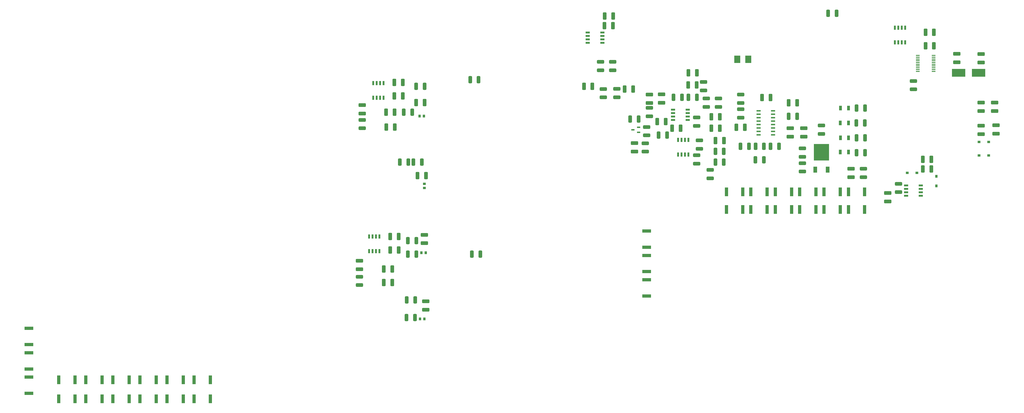
<source format=gbr>
%TF.GenerationSoftware,KiCad,Pcbnew,8.0.8-8.0.8-0~ubuntu22.04.1*%
%TF.CreationDate,2025-02-20T20:21:32-08:00*%
%TF.ProjectId,InverterBoostConverter,496e7665-7274-4657-9242-6f6f7374436f,rev?*%
%TF.SameCoordinates,Original*%
%TF.FileFunction,Paste,Top*%
%TF.FilePolarity,Positive*%
%FSLAX46Y46*%
G04 Gerber Fmt 4.6, Leading zero omitted, Abs format (unit mm)*
G04 Created by KiCad (PCBNEW 8.0.8-8.0.8-0~ubuntu22.04.1) date 2025-02-20 20:21:32*
%MOMM*%
%LPD*%
G01*
G04 APERTURE LIST*
G04 Aperture macros list*
%AMRoundRect*
0 Rectangle with rounded corners*
0 $1 Rounding radius*
0 $2 $3 $4 $5 $6 $7 $8 $9 X,Y pos of 4 corners*
0 Add a 4 corners polygon primitive as box body*
4,1,4,$2,$3,$4,$5,$6,$7,$8,$9,$2,$3,0*
0 Add four circle primitives for the rounded corners*
1,1,$1+$1,$2,$3*
1,1,$1+$1,$4,$5*
1,1,$1+$1,$6,$7*
1,1,$1+$1,$8,$9*
0 Add four rect primitives between the rounded corners*
20,1,$1+$1,$2,$3,$4,$5,0*
20,1,$1+$1,$4,$5,$6,$7,0*
20,1,$1+$1,$6,$7,$8,$9,0*
20,1,$1+$1,$8,$9,$2,$3,0*%
G04 Aperture macros list end*
%ADD10RoundRect,0.250000X-0.412500X-1.100000X0.412500X-1.100000X0.412500X1.100000X-0.412500X1.100000X0*%
%ADD11R,2.290000X2.720000*%
%ADD12R,1.528000X0.650000*%
%ADD13RoundRect,0.250000X0.400000X1.075000X-0.400000X1.075000X-0.400000X-1.075000X0.400000X-1.075000X0*%
%ADD14R,1.200000X3.300000*%
%ADD15R,1.000000X1.750000*%
%ADD16RoundRect,0.250000X0.412500X1.100000X-0.412500X1.100000X-0.412500X-1.100000X0.412500X-1.100000X0*%
%ADD17R,0.950000X1.000000*%
%ADD18RoundRect,0.250000X1.100000X-0.412500X1.100000X0.412500X-1.100000X0.412500X-1.100000X-0.412500X0*%
%ADD19RoundRect,0.250000X-1.075000X0.400000X-1.075000X-0.400000X1.075000X-0.400000X1.075000X0.400000X0*%
%ADD20R,1.000000X0.950000*%
%ADD21R,1.397000X2.286000*%
%ADD22R,5.690000X6.180000*%
%ADD23RoundRect,0.250000X1.075000X-0.400000X1.075000X0.400000X-1.075000X0.400000X-1.075000X-0.400000X0*%
%ADD24RoundRect,0.250000X-1.100000X0.412500X-1.100000X-0.412500X1.100000X-0.412500X1.100000X0.412500X0*%
%ADD25R,1.475000X0.450000*%
%ADD26R,1.550000X0.600000*%
%ADD27R,3.300000X1.200000*%
%ADD28R,1.050000X0.850000*%
%ADD29R,0.650000X1.528000*%
%ADD30R,0.850000X1.050000*%
%ADD31R,1.250000X0.600000*%
%ADD32RoundRect,0.250000X-0.400000X-1.075000X0.400000X-1.075000X0.400000X1.075000X-0.400000X1.075000X0*%
%ADD33R,4.900000X3.000000*%
G04 APERTURE END LIST*
D10*
%TO.C,C24*%
X327437500Y-24500000D03*
X330562500Y-24500000D03*
%TD*%
D11*
%TO.C,Z1*%
X349500000Y-19500000D03*
X345450000Y-19500000D03*
%TD*%
D12*
%TO.C,IC5*%
X407789000Y-66095000D03*
X407789000Y-67365000D03*
X407789000Y-68635000D03*
X407789000Y-69905000D03*
X413211000Y-69905000D03*
X413211000Y-68635000D03*
X413211000Y-67365000D03*
X413211000Y-66095000D03*
%TD*%
D13*
%TO.C,R19*%
X360850000Y-51635000D03*
X357750000Y-51635000D03*
%TD*%
D14*
%TO.C,R14*%
X356500000Y-68500000D03*
X350500000Y-68500000D03*
%TD*%
D15*
%TO.C,LED1*%
X383500000Y-53800000D03*
X386500000Y-53800000D03*
%TD*%
D16*
%TO.C,C20*%
X348262500Y-44635000D03*
X345137500Y-44635000D03*
%TD*%
D13*
%TO.C,R45*%
X225500000Y-39000000D03*
X222400000Y-39000000D03*
%TD*%
D17*
%TO.C,FB1*%
X228400000Y-115500000D03*
X230000000Y-115500000D03*
%TD*%
D13*
%TO.C,R55*%
X227000000Y-91500000D03*
X223900000Y-91500000D03*
%TD*%
D10*
%TO.C,C75*%
X215000000Y-97000000D03*
X218125000Y-97000000D03*
%TD*%
%TO.C,C57*%
X296500000Y-3500000D03*
X299625000Y-3500000D03*
%TD*%
D14*
%TO.C,R74*%
X359500000Y-75000000D03*
X365500000Y-75000000D03*
%TD*%
%TO.C,R15*%
X359500000Y-68500000D03*
X365500000Y-68500000D03*
%TD*%
%TO.C,R5*%
X135000000Y-145000000D03*
X141000000Y-145000000D03*
%TD*%
D18*
%TO.C,C68*%
X426500000Y-20562500D03*
X426500000Y-17437500D03*
%TD*%
%TO.C,C28*%
X307512500Y-53625000D03*
X307512500Y-50500000D03*
%TD*%
D19*
%TO.C,R32*%
X334000000Y-33950000D03*
X334000000Y-37050000D03*
%TD*%
D20*
%TO.C,FB4*%
X230000000Y-65500000D03*
X230000000Y-67100000D03*
%TD*%
D10*
%TO.C,C34*%
X335875000Y-45000000D03*
X339000000Y-45000000D03*
%TD*%
D14*
%TO.C,R68*%
X131000000Y-138000000D03*
X125000000Y-138000000D03*
%TD*%
D10*
%TO.C,C79*%
X218875000Y-28000000D03*
X222000000Y-28000000D03*
%TD*%
D21*
%TO.C,Q3*%
X374214000Y-60291000D03*
X378786000Y-60291000D03*
D22*
X376500000Y-53892000D03*
%TD*%
D15*
%TO.C,LED2*%
X383550000Y-48500000D03*
X386550000Y-48500000D03*
%TD*%
D23*
%TO.C,R43*%
X296000000Y-33550000D03*
X296000000Y-30450000D03*
%TD*%
D14*
%TO.C,R65*%
X95000000Y-138000000D03*
X101000000Y-138000000D03*
%TD*%
%TO.C,R1*%
X95000000Y-145000000D03*
X101000000Y-145000000D03*
%TD*%
D24*
%TO.C,C47*%
X230000000Y-84375000D03*
X230000000Y-87500000D03*
%TD*%
D13*
%TO.C,R63*%
X392600000Y-48500000D03*
X389500000Y-48500000D03*
%TD*%
%TO.C,R34*%
X330550000Y-33500000D03*
X327450000Y-33500000D03*
%TD*%
D25*
%TO.C,IC6*%
X417938000Y-23925000D03*
X417938000Y-23275000D03*
X417938000Y-22625000D03*
X417938000Y-21975000D03*
X417938000Y-21325000D03*
X417938000Y-20675000D03*
X417938000Y-20025000D03*
X417938000Y-19375000D03*
X417938000Y-18725000D03*
X417938000Y-18075000D03*
X412062000Y-18075000D03*
X412062000Y-18725000D03*
X412062000Y-19375000D03*
X412062000Y-20025000D03*
X412062000Y-20675000D03*
X412062000Y-21325000D03*
X412062000Y-21975000D03*
X412062000Y-22625000D03*
X412062000Y-23275000D03*
X412062000Y-23925000D03*
%TD*%
D10*
%TO.C,C76*%
X215875000Y-39000000D03*
X219000000Y-39000000D03*
%TD*%
D13*
%TO.C,R30*%
X319550000Y-47500000D03*
X316450000Y-47500000D03*
%TD*%
D19*
%TO.C,R80*%
X369500000Y-52450000D03*
X369500000Y-55550000D03*
%TD*%
D13*
%TO.C,R51*%
X226500000Y-115000000D03*
X223400000Y-115000000D03*
%TD*%
D17*
%TO.C,FB2*%
X228200000Y-40500000D03*
X229800000Y-40500000D03*
%TD*%
D16*
%TO.C,C32*%
X292000000Y-29500000D03*
X288875000Y-29500000D03*
%TD*%
D10*
%TO.C,C73*%
X215000000Y-102000000D03*
X218125000Y-102000000D03*
%TD*%
D12*
%TO.C,IC4*%
X290289000Y-9595000D03*
X290289000Y-10865000D03*
X290289000Y-12135000D03*
X290289000Y-13405000D03*
X295711000Y-13405000D03*
X295711000Y-12135000D03*
X295711000Y-10865000D03*
X295711000Y-9595000D03*
%TD*%
D14*
%TO.C,R66*%
X111000000Y-138000000D03*
X105000000Y-138000000D03*
%TD*%
D26*
%TO.C,IC1*%
X358700000Y-47445000D03*
X358700000Y-46175000D03*
X358700000Y-44905000D03*
X358700000Y-43635000D03*
X358700000Y-42365000D03*
X358700000Y-41095000D03*
X358700000Y-39825000D03*
X358700000Y-38555000D03*
X353300000Y-38555000D03*
X353300000Y-39825000D03*
X353300000Y-41095000D03*
X353300000Y-42365000D03*
X353300000Y-43635000D03*
X353300000Y-44905000D03*
X353300000Y-46175000D03*
X353300000Y-47445000D03*
%TD*%
D10*
%TO.C,C23*%
X327375000Y-29000000D03*
X330500000Y-29000000D03*
%TD*%
D14*
%TO.C,R75*%
X374500000Y-75000000D03*
X368500000Y-75000000D03*
%TD*%
D10*
%TO.C,C74*%
X217375000Y-85000000D03*
X220500000Y-85000000D03*
%TD*%
D13*
%TO.C,R20*%
X355250000Y-56635000D03*
X352150000Y-56635000D03*
%TD*%
D19*
%TO.C,R29*%
X312012500Y-44512500D03*
X312012500Y-47612500D03*
%TD*%
D13*
%TO.C,R40*%
X230050000Y-29500000D03*
X226950000Y-29500000D03*
%TD*%
D14*
%TO.C,R16*%
X374500000Y-68500000D03*
X368500000Y-68500000D03*
%TD*%
D10*
%TO.C,C77*%
X227437500Y-62500000D03*
X230562500Y-62500000D03*
%TD*%
D14*
%TO.C,R6*%
X151000000Y-145000000D03*
X145000000Y-145000000D03*
%TD*%
%TO.C,R13*%
X341500000Y-68500000D03*
X347500000Y-68500000D03*
%TD*%
D16*
%TO.C,C22*%
X357762500Y-33635000D03*
X354637500Y-33635000D03*
%TD*%
D19*
%TO.C,R48*%
X369500000Y-57900000D03*
X369500000Y-61000000D03*
%TD*%
D24*
%TO.C,C18*%
X365000000Y-45000000D03*
X365000000Y-48125000D03*
%TD*%
D23*
%TO.C,R41*%
X301000000Y-33500000D03*
X301000000Y-30400000D03*
%TD*%
D27*
%TO.C,R12*%
X312000000Y-101000000D03*
X312000000Y-107000000D03*
%TD*%
D10*
%TO.C,C21*%
X364437500Y-35562500D03*
X367562500Y-35562500D03*
%TD*%
D19*
%TO.C,R33*%
X330500000Y-41000000D03*
X330500000Y-44100000D03*
%TD*%
D27*
%TO.C,R9*%
X84000000Y-125000000D03*
X84000000Y-119000000D03*
%TD*%
D14*
%TO.C,R72*%
X341500000Y-75000000D03*
X347500000Y-75000000D03*
%TD*%
D28*
%TO.C,Z5*%
X438300000Y-50000000D03*
X434700000Y-50000000D03*
%TD*%
%TO.C,Z3*%
X408200000Y-61500000D03*
X411800000Y-61500000D03*
%TD*%
D18*
%TO.C,C71*%
X206000000Y-97125000D03*
X206000000Y-94000000D03*
%TD*%
D10*
%TO.C,C63*%
X413937500Y-56500000D03*
X417062500Y-56500000D03*
%TD*%
D13*
%TO.C,R38*%
X340500000Y-57500000D03*
X337400000Y-57500000D03*
%TD*%
D24*
%TO.C,C35*%
X230500000Y-109000000D03*
X230500000Y-112125000D03*
%TD*%
D27*
%TO.C,R8*%
X84000000Y-128000000D03*
X84000000Y-134000000D03*
%TD*%
D14*
%TO.C,R67*%
X115000000Y-138000000D03*
X121000000Y-138000000D03*
%TD*%
D23*
%TO.C,R78*%
X405000000Y-68600000D03*
X405000000Y-65500000D03*
%TD*%
D18*
%TO.C,C59*%
X435500000Y-47125000D03*
X435500000Y-44000000D03*
%TD*%
D19*
%TO.C,R31*%
X338500000Y-33950000D03*
X338500000Y-37050000D03*
%TD*%
D16*
%TO.C,C29*%
X324562500Y-45000000D03*
X321437500Y-45000000D03*
%TD*%
D23*
%TO.C,R23*%
X346700000Y-35635000D03*
X346700000Y-32535000D03*
%TD*%
D29*
%TO.C,IC3*%
X327405000Y-49289000D03*
X326135000Y-49289000D03*
X324865000Y-49289000D03*
X323595000Y-49289000D03*
X323595000Y-54711000D03*
X324865000Y-54711000D03*
X326135000Y-54711000D03*
X327405000Y-54711000D03*
%TD*%
D14*
%TO.C,R70*%
X151000000Y-138000000D03*
X145000000Y-138000000D03*
%TD*%
D13*
%TO.C,R21*%
X349750000Y-51635000D03*
X346650000Y-51635000D03*
%TD*%
D27*
%TO.C,R10*%
X312000000Y-83000000D03*
X312000000Y-89000000D03*
%TD*%
%TO.C,R11*%
X312000000Y-98000000D03*
X312000000Y-92000000D03*
%TD*%
D29*
%TO.C,IC7*%
X403595000Y-13211000D03*
X404865000Y-13211000D03*
X406135000Y-13211000D03*
X407405000Y-13211000D03*
X407405000Y-7789000D03*
X406135000Y-7789000D03*
X404865000Y-7789000D03*
X403595000Y-7789000D03*
%TD*%
D30*
%TO.C,Z4*%
X419000000Y-66300000D03*
X419000000Y-62700000D03*
%TD*%
D13*
%TO.C,R46*%
X229050000Y-57500000D03*
X225950000Y-57500000D03*
%TD*%
%TO.C,R62*%
X392600000Y-54000000D03*
X389500000Y-54000000D03*
%TD*%
D14*
%TO.C,R3*%
X115000000Y-145000000D03*
X121000000Y-145000000D03*
%TD*%
D18*
%TO.C,C62*%
X435500000Y-38625000D03*
X435500000Y-35500000D03*
%TD*%
D10*
%TO.C,C31*%
X303937500Y-30500000D03*
X307062500Y-30500000D03*
%TD*%
D18*
%TO.C,C78*%
X207000000Y-39562500D03*
X207000000Y-36437500D03*
%TD*%
D24*
%TO.C,C25*%
X317500000Y-32437500D03*
X317500000Y-35562500D03*
%TD*%
D31*
%TO.C,U2*%
X309062500Y-46512500D03*
X309062500Y-44612500D03*
X306962500Y-45562500D03*
%TD*%
D32*
%TO.C,R58*%
X247500000Y-91500000D03*
X250600000Y-91500000D03*
%TD*%
D29*
%TO.C,IC9*%
X214905000Y-28289000D03*
X213635000Y-28289000D03*
X212365000Y-28289000D03*
X211095000Y-28289000D03*
X211095000Y-33711000D03*
X212365000Y-33711000D03*
X213635000Y-33711000D03*
X214905000Y-33711000D03*
%TD*%
D28*
%TO.C,Z2*%
X438300000Y-55000000D03*
X434700000Y-55000000D03*
%TD*%
D19*
%TO.C,R49*%
X330500000Y-54950000D03*
X330500000Y-58050000D03*
%TD*%
D23*
%TO.C,R71*%
X392000000Y-63050000D03*
X392000000Y-59950000D03*
%TD*%
D19*
%TO.C,R50*%
X331500000Y-49450000D03*
X331500000Y-52550000D03*
%TD*%
D10*
%TO.C,C36*%
X226937500Y-35500000D03*
X230062500Y-35500000D03*
%TD*%
D12*
%TO.C,IC2*%
X321789000Y-38095000D03*
X321789000Y-39365000D03*
X321789000Y-40635000D03*
X321789000Y-41905000D03*
X327211000Y-41905000D03*
X327211000Y-40635000D03*
X327211000Y-39365000D03*
X327211000Y-38095000D03*
%TD*%
D29*
%TO.C,IC8*%
X213405000Y-85000000D03*
X212135000Y-85000000D03*
X210865000Y-85000000D03*
X209595000Y-85000000D03*
X209595000Y-90422000D03*
X210865000Y-90422000D03*
X212135000Y-90422000D03*
X213405000Y-90422000D03*
%TD*%
D13*
%TO.C,R22*%
X355300000Y-51635000D03*
X352200000Y-51635000D03*
%TD*%
%TO.C,R60*%
X382100000Y-2500000D03*
X379000000Y-2500000D03*
%TD*%
D14*
%TO.C,R4*%
X131000000Y-145000000D03*
X125000000Y-145000000D03*
%TD*%
D10*
%TO.C,C33*%
X335875000Y-40750000D03*
X339000000Y-40750000D03*
%TD*%
%TO.C,C48*%
X215937500Y-44500000D03*
X219062500Y-44500000D03*
%TD*%
D19*
%TO.C,R37*%
X335500000Y-60400000D03*
X335500000Y-63500000D03*
%TD*%
D23*
%TO.C,R54*%
X207000000Y-45000000D03*
X207000000Y-41900000D03*
%TD*%
D19*
%TO.C,R35*%
X333000000Y-27900000D03*
X333000000Y-31000000D03*
%TD*%
D13*
%TO.C,R79*%
X392600000Y-37500000D03*
X389500000Y-37500000D03*
%TD*%
D19*
%TO.C,R42*%
X299500000Y-20450000D03*
X299500000Y-23550000D03*
%TD*%
D14*
%TO.C,R18*%
X392500000Y-68500000D03*
X386500000Y-68500000D03*
%TD*%
D18*
%TO.C,C67*%
X435500000Y-20625000D03*
X435500000Y-17500000D03*
%TD*%
D13*
%TO.C,R52*%
X226600000Y-108500000D03*
X223500000Y-108500000D03*
%TD*%
D24*
%TO.C,C70*%
X401000000Y-68937500D03*
X401000000Y-72062500D03*
%TD*%
D10*
%TO.C,C65*%
X414937500Y-9500000D03*
X418062500Y-9500000D03*
%TD*%
D23*
%TO.C,R39*%
X206000000Y-103000000D03*
X206000000Y-99900000D03*
%TD*%
D16*
%TO.C,C27*%
X319062500Y-42500000D03*
X315937500Y-42500000D03*
%TD*%
D24*
%TO.C,C26*%
X313000000Y-32500000D03*
X313000000Y-35625000D03*
%TD*%
D14*
%TO.C,R76*%
X377500000Y-75000000D03*
X383500000Y-75000000D03*
%TD*%
D15*
%TO.C,LED3*%
X383500000Y-43000000D03*
X386500000Y-43000000D03*
%TD*%
D10*
%TO.C,C64*%
X413937500Y-60000000D03*
X417062500Y-60000000D03*
%TD*%
D19*
%TO.C,R27*%
X311512500Y-50512500D03*
X311512500Y-53612500D03*
%TD*%
D14*
%TO.C,R77*%
X392500000Y-75000000D03*
X386500000Y-75000000D03*
%TD*%
D13*
%TO.C,R53*%
X224050000Y-57500000D03*
X220950000Y-57500000D03*
%TD*%
%TO.C,R64*%
X392550000Y-43000000D03*
X389450000Y-43000000D03*
%TD*%
D19*
%TO.C,R24*%
X346700000Y-37950000D03*
X346700000Y-41050000D03*
%TD*%
D17*
%TO.C,FB3*%
X228900000Y-91000000D03*
X230500000Y-91000000D03*
%TD*%
D15*
%TO.C,LED4*%
X383550000Y-37500000D03*
X386550000Y-37500000D03*
%TD*%
D32*
%TO.C,R28*%
X305962500Y-41562500D03*
X309062500Y-41562500D03*
%TD*%
D13*
%TO.C,R36*%
X340500000Y-53500000D03*
X337400000Y-53500000D03*
%TD*%
D23*
%TO.C,R47*%
X376500000Y-47050000D03*
X376500000Y-43950000D03*
%TD*%
D14*
%TO.C,R69*%
X135000000Y-138000000D03*
X141000000Y-138000000D03*
%TD*%
D19*
%TO.C,R59*%
X410500000Y-27500000D03*
X410500000Y-30600000D03*
%TD*%
D18*
%TO.C,C60*%
X441000000Y-47000000D03*
X441000000Y-43875000D03*
%TD*%
D10*
%TO.C,C72*%
X217375000Y-90000000D03*
X220500000Y-90000000D03*
%TD*%
D24*
%TO.C,C19*%
X370000000Y-44937500D03*
X370000000Y-48062500D03*
%TD*%
D32*
%TO.C,R61*%
X246900000Y-27000000D03*
X250000000Y-27000000D03*
%TD*%
D10*
%TO.C,C58*%
X296437500Y-7000000D03*
X299562500Y-7000000D03*
%TD*%
D32*
%TO.C,R57*%
X321950000Y-33500000D03*
X325050000Y-33500000D03*
%TD*%
D19*
%TO.C,R44*%
X295000000Y-20450000D03*
X295000000Y-23550000D03*
%TD*%
D10*
%TO.C,C80*%
X218875000Y-33000000D03*
X222000000Y-33000000D03*
%TD*%
D32*
%TO.C,R25*%
X364450000Y-40562500D03*
X367550000Y-40562500D03*
%TD*%
D19*
%TO.C,R26*%
X313000000Y-37450000D03*
X313000000Y-40550000D03*
%TD*%
D14*
%TO.C,R17*%
X377500000Y-68500000D03*
X383500000Y-68500000D03*
%TD*%
D10*
%TO.C,C30*%
X337400000Y-49500000D03*
X340525000Y-49500000D03*
%TD*%
D13*
%TO.C,R56*%
X227000000Y-86500000D03*
X223900000Y-86500000D03*
%TD*%
D10*
%TO.C,C66*%
X414937500Y-14500000D03*
X418062500Y-14500000D03*
%TD*%
D18*
%TO.C,C69*%
X387500000Y-63062500D03*
X387500000Y-59937500D03*
%TD*%
D14*
%TO.C,R2*%
X111000000Y-145000000D03*
X105000000Y-145000000D03*
%TD*%
D33*
%TO.C,Y1*%
X427200000Y-24500000D03*
X434500000Y-24500000D03*
%TD*%
D27*
%TO.C,R7*%
X84000000Y-143000000D03*
X84000000Y-137000000D03*
%TD*%
D14*
%TO.C,R73*%
X356500000Y-75000000D03*
X350500000Y-75000000D03*
%TD*%
D18*
%TO.C,C61*%
X440500000Y-38625000D03*
X440500000Y-35500000D03*
%TD*%
M02*

</source>
